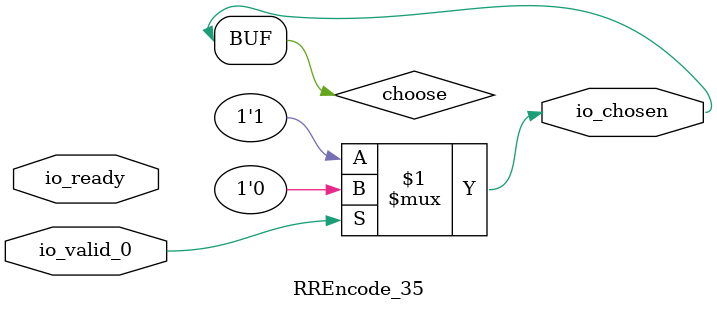
<source format=v>
module RREncode_35(
    input  io_valid_0,
    output io_chosen,
    input  io_ready);
  wire choose;
  assign io_chosen = choose;
  assign choose = io_valid_0 ? 1'h0 : 1'h1;
endmodule
</source>
